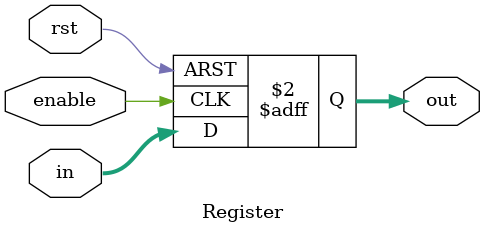
<source format=v>
`timescale 1ns / 1ps


module Register #(parameter WIDTH = 9)(		//a regiszter nagyságát megadó paraméter
    input enable,										//engedélyezõ jel
	 input rst,
    input [WIDTH:0] in,								//bemenõ jel
    output reg [WIDTH:0] out						//regiszter
    );					
					
always @ (posedge enable, posedge rst)							//ha az engedélyezõ jel magas...
begin
	if(rst) out <= 0;
	else out <= in;											//betöltjük a bemenõ értéket a regiszterbe
end

endmodule

</source>
